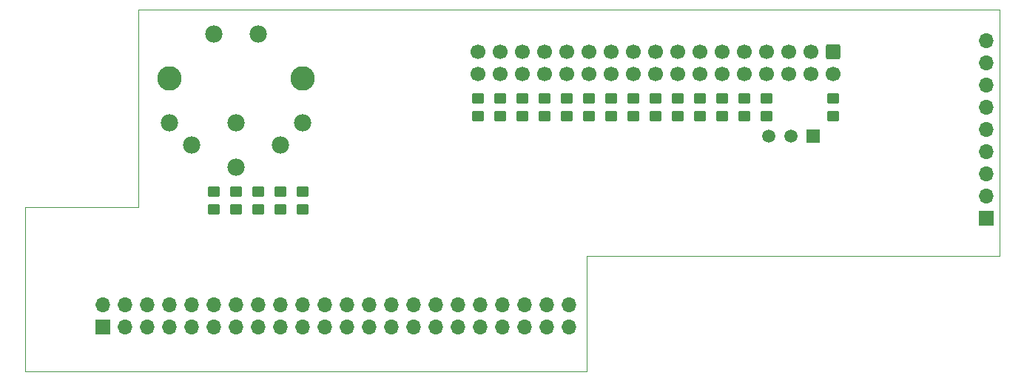
<source format=gbr>
%TF.GenerationSoftware,KiCad,Pcbnew,6.0.2+dfsg-1*%
%TF.CreationDate,2022-09-14T20:22:00+02:00*%
%TF.ProjectId,interface_board,696e7465-7266-4616-9365-5f626f617264,rev?*%
%TF.SameCoordinates,Original*%
%TF.FileFunction,Soldermask,Bot*%
%TF.FilePolarity,Negative*%
%FSLAX46Y46*%
G04 Gerber Fmt 4.6, Leading zero omitted, Abs format (unit mm)*
G04 Created by KiCad (PCBNEW 6.0.2+dfsg-1) date 2022-09-14 20:22:00*
%MOMM*%
%LPD*%
G01*
G04 APERTURE LIST*
G04 Aperture macros list*
%AMRoundRect*
0 Rectangle with rounded corners*
0 $1 Rounding radius*
0 $2 $3 $4 $5 $6 $7 $8 $9 X,Y pos of 4 corners*
0 Add a 4 corners polygon primitive as box body*
4,1,4,$2,$3,$4,$5,$6,$7,$8,$9,$2,$3,0*
0 Add four circle primitives for the rounded corners*
1,1,$1+$1,$2,$3*
1,1,$1+$1,$4,$5*
1,1,$1+$1,$6,$7*
1,1,$1+$1,$8,$9*
0 Add four rect primitives between the rounded corners*
20,1,$1+$1,$2,$3,$4,$5,0*
20,1,$1+$1,$4,$5,$6,$7,0*
20,1,$1+$1,$6,$7,$8,$9,0*
20,1,$1+$1,$8,$9,$2,$3,0*%
G04 Aperture macros list end*
%TA.AperFunction,Profile*%
%ADD10C,0.100000*%
%TD*%
%ADD11RoundRect,0.250000X-0.600000X0.600000X-0.600000X-0.600000X0.600000X-0.600000X0.600000X0.600000X0*%
%ADD12C,1.700000*%
%ADD13C,1.981200*%
%ADD14C,2.794000*%
%ADD15R,1.500000X1.500000*%
%ADD16C,1.500000*%
%ADD17RoundRect,0.250000X0.450000X-0.350000X0.450000X0.350000X-0.450000X0.350000X-0.450000X-0.350000X0*%
%ADD18R,1.700000X1.700000*%
%ADD19O,1.700000X1.700000*%
G04 APERTURE END LIST*
D10*
X93215000Y-97409000D02*
X106169000Y-97409000D01*
X157477000Y-116205000D02*
X157477000Y-102997000D01*
X195577000Y-102997000D02*
X204721000Y-102997000D01*
X204721000Y-74803000D02*
X204721000Y-102997000D01*
X157477000Y-116205000D02*
X93215000Y-116205000D01*
X106169000Y-97409000D02*
X106169000Y-74803000D01*
X93215000Y-116205000D02*
X93215000Y-97409000D01*
X106169000Y-74803000D02*
X204721000Y-74803000D01*
X195577000Y-102997000D02*
X195577000Y-102997000D01*
X157477000Y-102997000D02*
X195577000Y-102997000D01*
D11*
%TO.C,J4*%
X185671000Y-79629000D03*
D12*
X185671000Y-82169000D03*
X183131000Y-79629000D03*
X183131000Y-82169000D03*
X180591000Y-79629000D03*
X180591000Y-82169000D03*
X178051000Y-79629000D03*
X178051000Y-82169000D03*
X175511000Y-79629000D03*
X175511000Y-82169000D03*
X172971000Y-79629000D03*
X172971000Y-82169000D03*
X170431000Y-79629000D03*
X170431000Y-82169000D03*
X167891000Y-79629000D03*
X167891000Y-82169000D03*
X165351000Y-79629000D03*
X165351000Y-82169000D03*
X162811000Y-79629000D03*
X162811000Y-82169000D03*
X160271000Y-79629000D03*
X160271000Y-82169000D03*
X157731000Y-79629000D03*
X157731000Y-82169000D03*
X155191000Y-79629000D03*
X155191000Y-82169000D03*
X152651000Y-79629000D03*
X152651000Y-82169000D03*
X150111000Y-79629000D03*
X150111000Y-82169000D03*
X147571000Y-79629000D03*
X147571000Y-82169000D03*
X145031000Y-79629000D03*
X145031000Y-82169000D03*
%TD*%
D13*
%TO.C,J3*%
X114805000Y-77597000D03*
X119885000Y-77597000D03*
X117345000Y-92837000D03*
X124965000Y-87757000D03*
X122425000Y-90297000D03*
X117345000Y-87757000D03*
X112265000Y-90297000D03*
X109725000Y-87757000D03*
D14*
X124965000Y-82677000D03*
X109725000Y-82677000D03*
%TD*%
D15*
%TO.C,Q1*%
X183385000Y-89281000D03*
D16*
X180845000Y-89281000D03*
X178305000Y-89281000D03*
%TD*%
D17*
%TO.C,R7*%
X172971000Y-86979000D03*
X172971000Y-84979000D03*
%TD*%
%TO.C,R4*%
X117345000Y-97631000D03*
X117345000Y-95631000D03*
%TD*%
%TO.C,R10*%
X165351000Y-86979000D03*
X165351000Y-84979000D03*
%TD*%
D18*
%TO.C,J2*%
X203197000Y-98679000D03*
D19*
X203197000Y-96139000D03*
X203197000Y-93599000D03*
X203197000Y-91059000D03*
X203197000Y-88519000D03*
X203197000Y-85979000D03*
X203197000Y-83439000D03*
X203197000Y-80899000D03*
X203197000Y-78359000D03*
%TD*%
D17*
%TO.C,R15*%
X152651000Y-86979000D03*
X152651000Y-84979000D03*
%TD*%
%TO.C,R11*%
X162811000Y-86979000D03*
X162811000Y-84979000D03*
%TD*%
%TO.C,R8*%
X170431000Y-86979000D03*
X170431000Y-84979000D03*
%TD*%
%TO.C,R2*%
X122425000Y-97631000D03*
X122425000Y-95631000D03*
%TD*%
%TO.C,R17*%
X145031000Y-86979000D03*
X145031000Y-84979000D03*
%TD*%
%TO.C,R19*%
X147571000Y-86979000D03*
X147571000Y-84979000D03*
%TD*%
%TO.C,R3*%
X124965000Y-97631000D03*
X124965000Y-95631000D03*
%TD*%
D18*
%TO.C,J1*%
X102105000Y-111125000D03*
D19*
X102105000Y-108585000D03*
X104645000Y-111125000D03*
X104645000Y-108585000D03*
X107185000Y-111125000D03*
X107185000Y-108585000D03*
X109725000Y-111125000D03*
X109725000Y-108585000D03*
X112265000Y-111125000D03*
X112265000Y-108585000D03*
X114805000Y-111125000D03*
X114805000Y-108585000D03*
X117345000Y-111125000D03*
X117345000Y-108585000D03*
X119885000Y-111125000D03*
X119885000Y-108585000D03*
X122425000Y-111125000D03*
X122425000Y-108585000D03*
X124965000Y-111125000D03*
X124965000Y-108585000D03*
X127505000Y-111125000D03*
X127505000Y-108585000D03*
X130045000Y-111125000D03*
X130045000Y-108585000D03*
X132585000Y-111125000D03*
X132585000Y-108585000D03*
X135125000Y-111125000D03*
X135125000Y-108585000D03*
X137665000Y-111125000D03*
X137665000Y-108585000D03*
X140205000Y-111125000D03*
X140205000Y-108585000D03*
X142745000Y-111125000D03*
X142745000Y-108585000D03*
X145285000Y-111125000D03*
X145285000Y-108585000D03*
X147825000Y-111125000D03*
X147825000Y-108585000D03*
X150365000Y-111125000D03*
X150365000Y-108585000D03*
X152905000Y-111125000D03*
X152905000Y-108585000D03*
X155445000Y-111125000D03*
X155445000Y-108585000D03*
%TD*%
D17*
%TO.C,R18*%
X157731000Y-86979000D03*
X157731000Y-84979000D03*
%TD*%
%TO.C,R12*%
X160271000Y-86979000D03*
X160271000Y-84979000D03*
%TD*%
%TO.C,R9*%
X167891000Y-86979000D03*
X167891000Y-84979000D03*
%TD*%
%TO.C,R16*%
X150111000Y-86979000D03*
X150111000Y-84979000D03*
%TD*%
%TO.C,R13*%
X178051000Y-86979000D03*
X178051000Y-84979000D03*
%TD*%
%TO.C,R1*%
X114805000Y-97631000D03*
X114805000Y-95631000D03*
%TD*%
%TO.C,R6*%
X175511000Y-86979000D03*
X175511000Y-84979000D03*
%TD*%
%TO.C,R21*%
X185671000Y-86963000D03*
X185671000Y-84963000D03*
%TD*%
%TO.C,R5*%
X119885000Y-97631000D03*
X119885000Y-95631000D03*
%TD*%
%TO.C,R14*%
X155191000Y-86979000D03*
X155191000Y-84979000D03*
%TD*%
M02*

</source>
